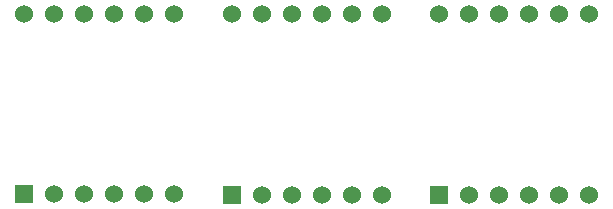
<source format=gbr>
%TF.GenerationSoftware,KiCad,Pcbnew,8.0.5*%
%TF.CreationDate,2024-10-27T11:23:10+01:00*%
%TF.ProjectId,hpdl display,6870646c-2064-4697-9370-6c61792e6b69,rev?*%
%TF.SameCoordinates,Original*%
%TF.FileFunction,Soldermask,Top*%
%TF.FilePolarity,Negative*%
%FSLAX46Y46*%
G04 Gerber Fmt 4.6, Leading zero omitted, Abs format (unit mm)*
G04 Created by KiCad (PCBNEW 8.0.5) date 2024-10-27 11:23:10*
%MOMM*%
%LPD*%
G01*
G04 APERTURE LIST*
%ADD10R,1.524000X1.524000*%
%ADD11C,1.524000*%
G04 APERTURE END LIST*
D10*
%TO.C,U1*%
X133740000Y-90250000D03*
D11*
X136280000Y-90250000D03*
X138820000Y-90250000D03*
X141360000Y-90250000D03*
X143900000Y-90250000D03*
X146440000Y-90250000D03*
X146440000Y-74950000D03*
X143900000Y-74950000D03*
X141360000Y-74950000D03*
X138820000Y-74950000D03*
X136280000Y-74950000D03*
X133740000Y-74950000D03*
%TD*%
D10*
%TO.C,U3*%
X168920000Y-90300000D03*
D11*
X171460000Y-90300000D03*
X174000000Y-90300000D03*
X176540000Y-90300000D03*
X179080000Y-90300000D03*
X181620000Y-90300000D03*
X181620000Y-75000000D03*
X179080000Y-75000000D03*
X176540000Y-75000000D03*
X174000000Y-75000000D03*
X171460000Y-75000000D03*
X168920000Y-75000000D03*
%TD*%
D10*
%TO.C,U2*%
X151380000Y-90300000D03*
D11*
X153920000Y-90300000D03*
X156460000Y-90300000D03*
X159000000Y-90300000D03*
X161540000Y-90300000D03*
X164080000Y-90300000D03*
X164080000Y-75000000D03*
X161540000Y-75000000D03*
X159000000Y-75000000D03*
X156460000Y-75000000D03*
X153920000Y-75000000D03*
X151380000Y-75000000D03*
%TD*%
M02*

</source>
